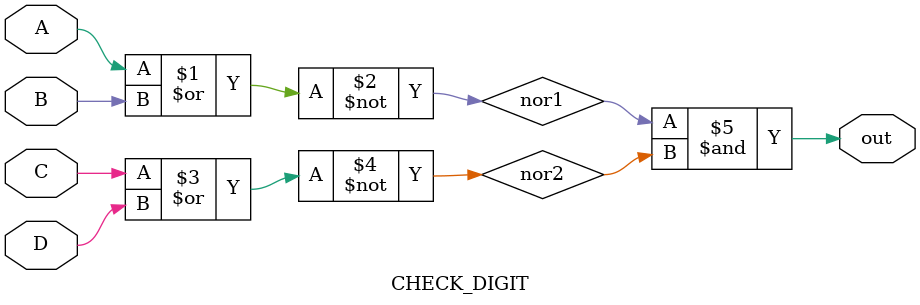
<source format=sv>
module CHECK_DIGIT (out,A,B,C,D);
	output logic out;
	input logic A,B,C,D;
	logic nor1, nor2;
	
	nor NorGate1 (nor1,A,B);
	nor NorGate2 (nor2,C,D);
	and AndGate (out, nor1, nor2);
	
endmodule 

</source>
